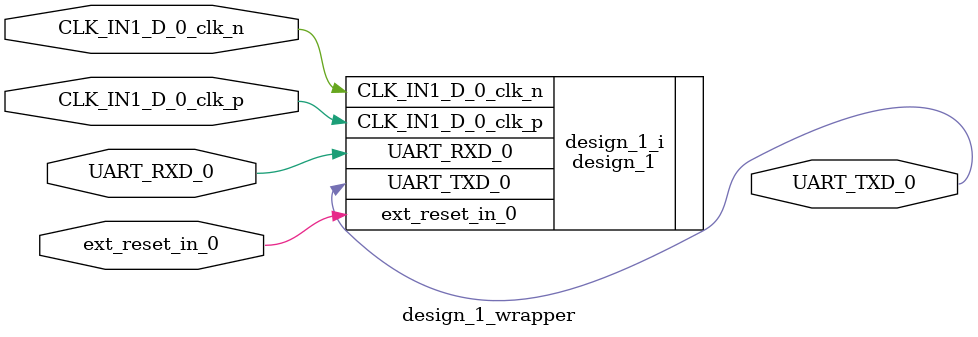
<source format=v>
`timescale 1 ps / 1 ps

module design_1_wrapper
   (CLK_IN1_D_0_clk_n,
    CLK_IN1_D_0_clk_p,
    UART_RXD_0,
    UART_TXD_0,
    ext_reset_in_0);
  input CLK_IN1_D_0_clk_n;
  input CLK_IN1_D_0_clk_p;
  input UART_RXD_0;
  output UART_TXD_0;
  input ext_reset_in_0;

  wire CLK_IN1_D_0_clk_n;
  wire CLK_IN1_D_0_clk_p;
  wire UART_RXD_0;
  wire UART_TXD_0;
  wire ext_reset_in_0;

  design_1 design_1_i
       (.CLK_IN1_D_0_clk_n(CLK_IN1_D_0_clk_n),
        .CLK_IN1_D_0_clk_p(CLK_IN1_D_0_clk_p),
        .UART_RXD_0(UART_RXD_0),
        .UART_TXD_0(UART_TXD_0),
        .ext_reset_in_0(ext_reset_in_0));
endmodule

</source>
